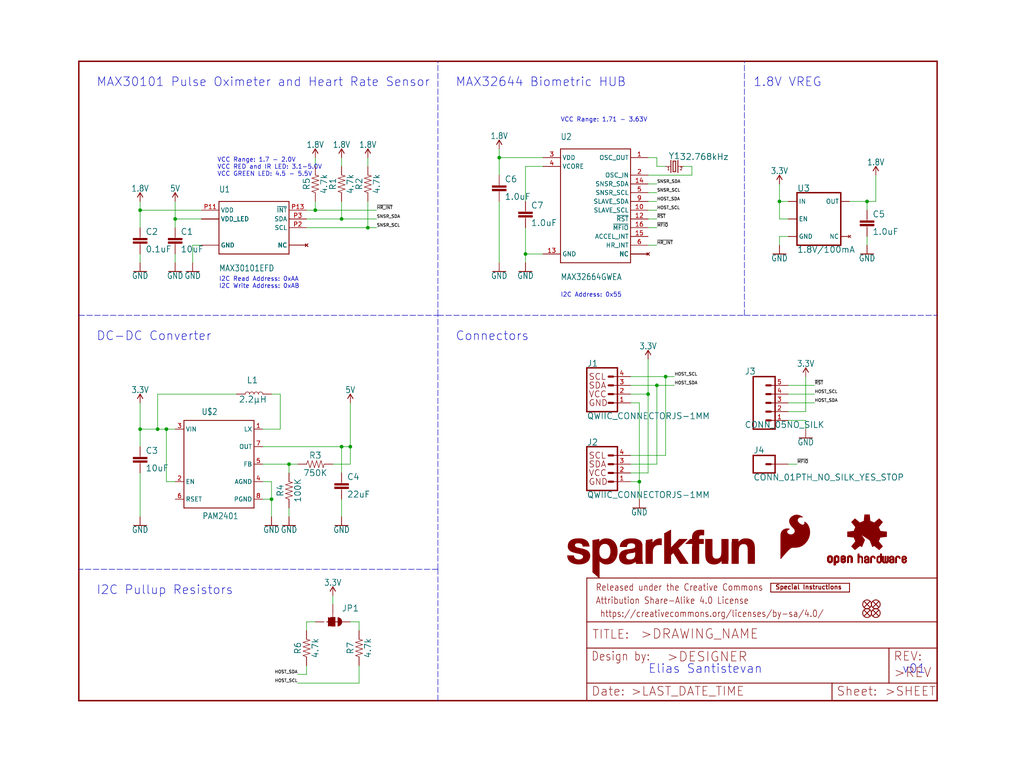
<source format=kicad_sch>
(kicad_sch (version 20211123) (generator eeschema)
  (paper "User" 297.002 223.926)
  (lib_symbols
    (symbol "eagleSchem-eagle-import:0.1UF-0402-16V-10%"
      (property "Reference" "C" (at 1.524 2.921 0))
      (property "Value" "0.1UF-0402-16V-10%" (at 1.524 -2.159 0))
      (symbol "0.1UF-0402-16V-10%_1_0"
        (pin passive line (at 0 5.08 270) (length 2.54) (name "1") (number "1"))
        (pin passive line (at 0 -2.54 90) (length 2.54) (name "2") (number "2"))
      )
    )
    (symbol "eagleSchem-eagle-import:1.0UF-0402-16V-10%"
      (property "Reference" "C" (at 1.524 2.921 0))
      (property "Value" "1.0UF-0402-16V-10%" (at 1.524 -2.159 0))
      (symbol "1.0UF-0402-16V-10%_1_0"
        (pin passive line (at 0 5.08 270) (length 2.54) (name "1") (number "1"))
        (pin passive line (at 0 -2.54 90) (length 2.54) (name "2") (number "2"))
      )
    )
    (symbol "eagleSchem-eagle-import:1.0UF-0603-16V-10%"
      (property "Reference" "C" (at 1.524 2.921 0))
      (property "Value" "1.0UF-0603-16V-10%" (at 1.524 -2.159 0))
      (symbol "1.0UF-0603-16V-10%_1_0"
        (pin passive line (at 0 5.08 270) (length 2.54) (name "1") (number "1"))
        (pin passive line (at 0 -2.54 90) (length 2.54) (name "2") (number "2"))
      )
    )
    (symbol "eagleSchem-eagle-import:1.8V" (power)
      (property "Value" "1.8V" (at 0 2.794 0))
      (symbol "1.8V_1_0"
        (pin power_in line (at 0 0 90) (length 2.54) (name "1.8V") (number "1"))
      )
    )
    (symbol "eagleSchem-eagle-import:100KOHM-0402-1{slash}16W-1%"
      (property "Reference" "R" (at 0 1.524 0))
      (property "Value" "100KOHM-0402-1{slash}16W-1%" (at 0 -1.524 0))
      (symbol "100KOHM-0402-1{slash}16W-1%_1_0"
        (pin passive line (at -5.08 0 0) (length 2.54) (name "1") (number "1"))
        (pin passive line (at 5.08 0 180) (length 2.54) (name "2") (number "2"))
      )
    )
    (symbol "eagleSchem-eagle-import:10UF-0603-6.3V-20%"
      (property "Reference" "C" (at 1.524 2.921 0))
      (property "Value" "10UF-0603-6.3V-20%" (at 1.524 -2.159 0))
      (symbol "10UF-0603-6.3V-20%_1_0"
        (pin passive line (at 0 5.08 270) (length 2.54) (name "1") (number "1"))
        (pin passive line (at 0 -2.54 90) (length 2.54) (name "2") (number "2"))
      )
    )
    (symbol "eagleSchem-eagle-import:2.2μH_SHIELDED_INDUCTOR"
      (property "Reference" "L" (at 1.27 2.54 0))
      (property "Value" "2.2μH_SHIELDED_INDUCTOR" (at 1.27 -2.54 0))
      (symbol "2.2μH_SHIELDED_INDUCTOR_1_0"
        (pin passive line (at 0 5.08 270) (length 2.54) (name "1") (number "1"))
        (pin passive line (at 0 -5.08 90) (length 2.54) (name "2") (number "2"))
      )
    )
    (symbol "eagleSchem-eagle-import:22UF-0805-6.3V-20%"
      (property "Reference" "C" (at 1.524 2.921 0))
      (property "Value" "22UF-0805-6.3V-20%" (at 1.524 -2.159 0))
      (symbol "22UF-0805-6.3V-20%_1_0"
        (pin passive line (at 0 5.08 270) (length 2.54) (name "1") (number "1"))
        (pin passive line (at 0 -2.54 90) (length 2.54) (name "2") (number "2"))
      )
    )
    (symbol "eagleSchem-eagle-import:3.3V" (power)
      (property "Value" "3.3V" (at 0 2.794 0))
      (symbol "3.3V_1_0"
        (pin power_in line (at 0 0 90) (length 2.54) (name "3.3V") (number "1"))
      )
    )
    (symbol "eagleSchem-eagle-import:4.7KOHM-0603-1{slash}10W-1%"
      (property "Reference" "R" (at 0 1.524 0))
      (property "Value" "4.7KOHM-0603-1{slash}10W-1%" (at 0 -1.524 0))
      (symbol "4.7KOHM-0603-1{slash}10W-1%_1_0"
        (pin passive line (at -5.08 0 0) (length 2.54) (name "1") (number "1"))
        (pin passive line (at 5.08 0 180) (length 2.54) (name "2") (number "2"))
      )
    )
    (symbol "eagleSchem-eagle-import:5V" (power)
      (property "Value" "5V" (at 0 2.794 0))
      (symbol "5V_1_0"
        (pin power_in line (at 0 0 90) (length 2.54) (name "5V") (number "1"))
      )
    )
    (symbol "eagleSchem-eagle-import:750KOHM-0603-1{slash}10W-1%"
      (property "Reference" "R" (at 0 1.524 0))
      (property "Value" "750KOHM-0603-1{slash}10W-1%" (at 0 -1.524 0))
      (symbol "750KOHM-0603-1{slash}10W-1%_1_0"
        (pin passive line (at -5.08 0 0) (length 2.54) (name "1") (number "1"))
        (pin passive line (at 5.08 0 180) (length 2.54) (name "2") (number "2"))
      )
    )
    (symbol "eagleSchem-eagle-import:CONN_01PTH_NO_SILK_YES_STOP"
      (property "Reference" "J" (at -2.54 3.048 0))
      (property "Value" "CONN_01PTH_NO_SILK_YES_STOP" (at -2.54 -4.826 0))
      (symbol "CONN_01PTH_NO_SILK_YES_STOP_1_0"
        (pin passive line (at 7.62 0 180) (length 5.08) (name "1") (number "1"))
      )
    )
    (symbol "eagleSchem-eagle-import:CONN_05NO_SILK"
      (property "Reference" "J" (at -2.54 8.128 0))
      (property "Value" "CONN_05NO_SILK" (at -2.54 -9.906 0))
      (symbol "CONN_05NO_SILK_1_0"
        (pin passive line (at 7.62 -5.08 180) (length 5.08) (name "1") (number "1"))
        (pin passive line (at 7.62 -2.54 180) (length 5.08) (name "2") (number "2"))
        (pin passive line (at 7.62 0 180) (length 5.08) (name "3") (number "3"))
        (pin passive line (at 7.62 2.54 180) (length 5.08) (name "4") (number "4"))
        (pin passive line (at 7.62 5.08 180) (length 5.08) (name "5") (number "5"))
      )
    )
    (symbol "eagleSchem-eagle-import:CRYSTAL-32.768KHZSMD-3.2X1.5"
      (property "Reference" "Y" (at 0 2.032 0))
      (property "Value" "CRYSTAL-32.768KHZSMD-3.2X1.5" (at 0 -2.032 0))
      (symbol "CRYSTAL-32.768KHZSMD-3.2X1.5_1_0"
        (text "1" (at -2.159 -1.143 0) (effects (font (size 0.8636 0.734)) (justify left bottom)))
        (text "2" (at 1.524 -1.143 0) (effects (font (size 0.8636 0.734)) (justify left bottom)))
        (pin passive line (at -2.54 0 0) (length 0) (name "1") (number "P$1"))
        (pin passive line (at 2.54 0 180) (length 0) (name "2") (number "P$2"))
      )
    )
    (symbol "eagleSchem-eagle-import:FIDUCIALUFIDUCIAL")
    (symbol "eagleSchem-eagle-import:FRAME-LETTER"
      (symbol "FRAME-LETTER_2_0"
        (text " https://creativecommons.org/licenses/by-sa/4.0/" (at 2.54 24.13 0) (effects (font (size 1.9304 1.6408)) (justify left bottom)))
        (text ">DESIGNER" (at 23.114 11.176 0) (effects (font (size 2.7432 2.7432)) (justify left bottom)))
        (text ">DRAWING_NAME" (at 15.494 17.78 0) (effects (font (size 2.7432 2.7432)) (justify left bottom)))
        (text ">LAST_DATE_TIME" (at 12.7 1.27 0) (effects (font (size 2.54 2.54)) (justify left bottom)))
        (text ">REV" (at 88.9 6.604 0) (effects (font (size 2.7432 2.7432)) (justify left bottom)))
        (text ">SHEET" (at 86.36 1.27 0) (effects (font (size 2.54 2.54)) (justify left bottom)))
        (text "Attribution Share-Alike 4.0 License" (at 2.54 27.94 0) (effects (font (size 1.9304 1.6408)) (justify left bottom)))
        (text "Date:" (at 1.27 1.27 0) (effects (font (size 2.54 2.54)) (justify left bottom)))
        (text "Design by:" (at 1.27 11.43 0) (effects (font (size 2.54 2.159)) (justify left bottom)))
        (text "Released under the Creative Commons" (at 2.54 31.75 0) (effects (font (size 1.9304 1.6408)) (justify left bottom)))
        (text "REV:" (at 88.9 11.43 0) (effects (font (size 2.54 2.54)) (justify left bottom)))
        (text "Sheet:" (at 72.39 1.27 0) (effects (font (size 2.54 2.54)) (justify left bottom)))
        (text "TITLE:" (at 1.524 17.78 0) (effects (font (size 2.54 2.54)) (justify left bottom)))
      )
    )
    (symbol "eagleSchem-eagle-import:GND" (power)
      (property "Value" "GND" (at 0 -0.254 0))
      (symbol "GND_1_0"
        (pin power_in line (at 0 2.54 270) (length 2.54) (name "GND") (number "1"))
      )
    )
    (symbol "eagleSchem-eagle-import:JUMPER-SMT_3_2-NC_TRACE_SILK"
      (property "Reference" "JP" (at 2.54 0.381 0))
      (property "Value" "JUMPER-SMT_3_2-NC_TRACE_SILK" (at 2.54 -0.381 0))
      (symbol "JUMPER-SMT_3_2-NC_TRACE_SILK_1_0"
        (pin passive line (at 0 5.08 270) (length 2.54) (name "1") (number "1"))
        (pin passive line (at -5.08 0 0) (length 2.54) (name "2") (number "2"))
        (pin passive line (at 0 -5.08 90) (length 2.54) (name "3") (number "3"))
      )
    )
    (symbol "eagleSchem-eagle-import:MAX30101EFD"
      (property "Reference" "U" (at -10.16 10.16 0))
      (property "Value" "MAX30101EFD" (at -10.16 -12.7 0))
      (symbol "MAX30101EFD_1_0"
        (pin no_connect line (at 15.24 -5.08 180) (length 5.08) (name "NC") (number "P1"))
        (pin power_in line (at -15.24 2.54 0) (length 5.08) (name "VDD_LED") (number "P10"))
        (pin power_in line (at -15.24 5.08 0) (length 5.08) (name "VDD") (number "P11"))
        (pin power_in line (at -15.24 -5.08 0) (length 5.08) (name "GND") (number "P12"))
        (pin bidirectional line (at 15.24 5.08 180) (length 5.08) (name "~{INT}") (number "P13"))
        (pin no_connect line (at 15.24 -5.08 180) (length 5.08) (name "NC") (number "P14"))
        (pin bidirectional line (at 15.24 0 180) (length 5.08) (name "SCL") (number "P2"))
        (pin bidirectional line (at 15.24 2.54 180) (length 5.08) (name "SDA") (number "P3"))
        (pin power_in line (at -15.24 -5.08 0) (length 5.08) (name "GND") (number "P4"))
        (pin no_connect line (at 15.24 -5.08 180) (length 5.08) (name "NC") (number "P5"))
        (pin no_connect line (at 15.24 -5.08 180) (length 5.08) (name "NC") (number "P6"))
        (pin no_connect line (at 15.24 -5.08 180) (length 5.08) (name "NC") (number "P7"))
        (pin no_connect line (at 15.24 -5.08 180) (length 5.08) (name "NC") (number "P8"))
        (pin power_in line (at -15.24 2.54 0) (length 5.08) (name "VDD_LED") (number "P9"))
      )
    )
    (symbol "eagleSchem-eagle-import:MAX32664GWEA"
      (property "Reference" "U" (at -10.16 20.32 0))
      (property "Value" "MAX32664GWEA" (at -10.16 -20.32 0))
      (symbol "MAX32664GWEA_1_0"
        (pin bidirectional line (at 15.24 15.24 180) (length 5.08) (name "OSC_OUT") (number "1"))
        (pin bidirectional line (at 15.24 0 180) (length 5.08) (name "SLAVE_SCL") (number "10"))
        (pin no_connect line (at 15.24 -12.7 180) (length 5.08) (name "NC") (number "11"))
        (pin bidirectional line (at 15.24 -2.54 180) (length 5.08) (name "~{RST}") (number "12"))
        (pin power_in line (at -15.24 -12.7 0) (length 5.08) (name "GND") (number "13"))
        (pin bidirectional line (at 15.24 7.62 180) (length 5.08) (name "SNSR_SDA") (number "14"))
        (pin bidirectional line (at 15.24 -7.62 180) (length 5.08) (name "ACCEL_INT") (number "15"))
        (pin bidirectional line (at 15.24 -5.08 180) (length 5.08) (name "~{MFIO}") (number "16"))
        (pin bidirectional line (at 15.24 10.16 180) (length 5.08) (name "OSC_IN") (number "2"))
        (pin power_in line (at -15.24 15.24 0) (length 5.08) (name "VDD") (number "3"))
        (pin power_in line (at -15.24 12.7 0) (length 5.08) (name "VCORE") (number "4"))
        (pin bidirectional line (at 15.24 5.08 180) (length 5.08) (name "SNSR_SCL") (number "5"))
        (pin bidirectional line (at 15.24 -10.16 180) (length 5.08) (name "HR_INT") (number "6"))
        (pin no_connect line (at 15.24 -12.7 180) (length 5.08) (name "NC") (number "7"))
        (pin no_connect line (at 15.24 -12.7 180) (length 5.08) (name "NC") (number "8"))
        (pin bidirectional line (at 15.24 2.54 180) (length 5.08) (name "SLAVE_SDA") (number "9"))
      )
    )
    (symbol "eagleSchem-eagle-import:OSHW-LOGOMINI")
    (symbol "eagleSchem-eagle-import:PAM2401"
      (property "Reference" "U" (at -5.08 14.224 0))
      (property "Value" "PAM2401" (at -4.826 -16.002 0))
      (symbol "PAM2401_1_0"
        (pin bidirectional line (at 12.7 10.16 180) (length 2.54) (name "LX") (number "1"))
        (pin bidirectional line (at -12.7 -5.08 0) (length 2.54) (name "EN") (number "2"))
        (pin bidirectional line (at -12.7 10.16 0) (length 2.54) (name "VIN") (number "3"))
        (pin bidirectional line (at 12.7 -5.08 180) (length 2.54) (name "AGND") (number "4"))
        (pin bidirectional line (at 12.7 0 180) (length 2.54) (name "FB") (number "5"))
        (pin bidirectional line (at -12.7 -10.16 0) (length 2.54) (name "RSET") (number "6"))
        (pin bidirectional line (at 12.7 5.08 180) (length 2.54) (name "OUT") (number "7"))
        (pin bidirectional line (at 12.7 -10.16 180) (length 2.54) (name "PGND") (number "8"))
      )
    )
    (symbol "eagleSchem-eagle-import:QWIIC_CONNECTORJS-1MM"
      (property "Reference" "J" (at -5.08 7.874 0))
      (property "Value" "QWIIC_CONNECTORJS-1MM" (at -5.08 -5.334 0))
      (symbol "QWIIC_CONNECTORJS-1MM_1_0"
        (text "GND" (at -4.572 -2.54 0) (effects (font (size 1.778 1.778)) (justify left)))
        (text "SCL" (at -4.572 5.08 0) (effects (font (size 1.778 1.778)) (justify left)))
        (text "SDA" (at -4.572 2.54 0) (effects (font (size 1.778 1.778)) (justify left)))
        (text "VCC" (at -4.572 0 0) (effects (font (size 1.778 1.778)) (justify left)))
        (pin power_in line (at 7.62 -2.54 180) (length 5.08) (name "1") (number "1"))
        (pin power_in line (at 7.62 0 180) (length 5.08) (name "2") (number "2"))
        (pin passive line (at 7.62 2.54 180) (length 5.08) (name "3") (number "3"))
        (pin passive line (at 7.62 5.08 180) (length 5.08) (name "4") (number "4"))
      )
    )
    (symbol "eagleSchem-eagle-import:SFE_LOGO_FLAME.1_INCH")
    (symbol "eagleSchem-eagle-import:SFE_LOGO_NAME.1_INCH")
    (symbol "eagleSchem-eagle-import:SPECIAL_INSTRUCTIONS-ORDERING"
      (symbol "SPECIAL_INSTRUCTIONS-ORDERING_1_0"
        (text "Special Instructions" (at 1.27 0.6985 0) (effects (font (size 1.27 1.27) (thickness 0.254) bold) (justify left bottom)))
      )
    )
    (symbol "eagleSchem-eagle-import:V_REG_SP6214-1.8V"
      (property "Reference" "U" (at -7.62 7.874 0))
      (property "Value" "V_REG_SP6214-1.8V" (at -7.62 -7.874 0))
      (symbol "V_REG_SP6214-1.8V_1_0"
        (pin input line (at -10.16 5.08 0) (length 2.54) (name "IN") (number "1"))
        (pin input line (at -10.16 -5.08 0) (length 2.54) (name "GND") (number "2"))
        (pin input line (at -10.16 0 0) (length 2.54) (name "EN") (number "3"))
        (pin no_connect line (at 7.62 -5.08 180) (length 2.54) (name "NC") (number "4"))
        (pin passive line (at 7.62 5.08 180) (length 2.54) (name "OUT") (number "5"))
      )
    )
  )
  (junction (at 187.96 114.3))
  (junction (at 83.82 134.62))
  (junction (at 226.06 58.42))
  (junction (at 40.64 60.96))
  (junction (at 99.06 129.54))
  (junction (at 251.46 58.42))
  (junction (at 91.44 60.96))
  (junction (at 40.64 124.46))
  (junction (at 185.42 139.7))
  (junction (at 45.72 124.46))
  (junction (at 106.68 66.04))
  (junction (at 99.06 63.5))
  (junction (at 193.04 109.22))
  (junction (at 48.26 124.46))
  (junction (at 144.78 45.72))
  (junction (at 190.5 111.76))
  (junction (at 78.74 144.78))
  (junction (at 101.6 129.54))
  (junction (at 152.4 73.66))
  (junction (at 50.8 63.5))
  (wire (pts (xy 228.6 114.3) (xy 236.22 114.3)))
  (wire (pts (xy 226.06 58.42) (xy 228.6 58.42)))
  (wire (pts (xy 157.48 45.72) (xy 144.78 45.72)))
  (wire (pts (xy 228.6 119.38) (xy 233.68 119.38)))
  (wire (pts (xy 185.42 116.84) (xy 185.42 139.7)))
  (wire (pts (xy 190.5 45.72) (xy 190.5 48.26)))
  (wire (pts (xy 228.6 68.58) (xy 226.06 68.58)))
  (wire (pts (xy 182.88 132.08) (xy 193.04 132.08)))
  (wire (pts (xy 78.74 139.7) (xy 78.74 144.78)))
  (wire (pts (xy 144.78 45.72) (xy 144.78 43.18)))
  (wire (pts (xy 68.58 114.3) (xy 45.72 114.3)))
  (wire (pts (xy 88.9 195.58) (xy 86.36 195.58)))
  (wire (pts (xy 193.04 109.22) (xy 195.58 109.22)))
  (wire (pts (xy 99.06 137.16) (xy 99.06 129.54)))
  (wire (pts (xy 76.2 129.54) (xy 99.06 129.54)))
  (wire (pts (xy 106.68 66.04) (xy 106.68 58.42)))
  (wire (pts (xy 187.96 114.3) (xy 187.96 104.14)))
  (wire (pts (xy 48.26 124.46) (xy 45.72 124.46)))
  (wire (pts (xy 251.46 60.96) (xy 251.46 58.42)))
  (wire (pts (xy 40.64 60.96) (xy 40.64 58.42)))
  (wire (pts (xy 226.06 53.34) (xy 226.06 58.42)))
  (wire (pts (xy 226.06 68.58) (xy 226.06 71.12)))
  (wire (pts (xy 58.42 71.12) (xy 55.88 71.12)))
  (wire (pts (xy 50.8 63.5) (xy 50.8 66.04)))
  (wire (pts (xy 187.96 50.8) (xy 200.66 50.8)))
  (wire (pts (xy 246.38 58.42) (xy 251.46 58.42)))
  (wire (pts (xy 233.68 121.92) (xy 233.68 124.46)))
  (wire (pts (xy 109.22 66.04) (xy 106.68 66.04)))
  (wire (pts (xy 182.88 139.7) (xy 185.42 139.7)))
  (wire (pts (xy 190.5 134.62) (xy 190.5 111.76)))
  (wire (pts (xy 182.88 109.22) (xy 193.04 109.22)))
  (wire (pts (xy 187.96 60.96) (xy 190.5 60.96)))
  (wire (pts (xy 88.9 193.04) (xy 88.9 195.58)))
  (wire (pts (xy 88.9 180.34) (xy 88.9 182.88)))
  (wire (pts (xy 233.68 121.92) (xy 228.6 121.92)))
  (wire (pts (xy 76.2 139.7) (xy 78.74 139.7)))
  (polyline (pts (xy 127 91.44) (xy 215.9 91.44)))
  (wire (pts (xy 228.6 111.76) (xy 236.22 111.76)))
  (wire (pts (xy 48.26 139.7) (xy 48.26 124.46)))
  (wire (pts (xy 101.6 180.34) (xy 104.14 180.34)))
  (wire (pts (xy 200.66 48.26) (xy 198.12 48.26)))
  (wire (pts (xy 200.66 50.8) (xy 200.66 48.26)))
  (wire (pts (xy 251.46 68.58) (xy 251.46 71.12)))
  (wire (pts (xy 228.6 134.62) (xy 231.14 134.62)))
  (wire (pts (xy 91.44 180.34) (xy 88.9 180.34)))
  (wire (pts (xy 81.28 124.46) (xy 81.28 114.3)))
  (wire (pts (xy 91.44 48.26) (xy 91.44 45.72)))
  (wire (pts (xy 99.06 129.54) (xy 101.6 129.54)))
  (wire (pts (xy 187.96 66.04) (xy 190.5 66.04)))
  (wire (pts (xy 99.06 63.5) (xy 99.06 58.42)))
  (wire (pts (xy 88.9 63.5) (xy 99.06 63.5)))
  (wire (pts (xy 55.88 71.12) (xy 55.88 76.2)))
  (polyline (pts (xy 127 91.44) (xy 127 17.78)))
  (wire (pts (xy 45.72 124.46) (xy 40.64 124.46)))
  (wire (pts (xy 187.96 71.12) (xy 190.5 71.12)))
  (wire (pts (xy 226.06 63.5) (xy 226.06 58.42)))
  (polyline (pts (xy 215.9 91.44) (xy 271.78 91.44)))
  (wire (pts (xy 104.14 198.12) (xy 86.36 198.12)))
  (wire (pts (xy 96.52 175.26) (xy 96.52 172.72)))
  (wire (pts (xy 182.88 134.62) (xy 190.5 134.62)))
  (wire (pts (xy 152.4 66.04) (xy 152.4 73.66)))
  (wire (pts (xy 91.44 60.96) (xy 91.44 58.42)))
  (wire (pts (xy 187.96 45.72) (xy 190.5 45.72)))
  (wire (pts (xy 254 58.42) (xy 254 50.8)))
  (wire (pts (xy 45.72 114.3) (xy 45.72 124.46)))
  (wire (pts (xy 251.46 58.42) (xy 254 58.42)))
  (wire (pts (xy 182.88 137.16) (xy 187.96 137.16)))
  (wire (pts (xy 40.64 129.54) (xy 40.64 124.46)))
  (wire (pts (xy 50.8 124.46) (xy 48.26 124.46)))
  (wire (pts (xy 187.96 137.16) (xy 187.96 114.3)))
  (polyline (pts (xy 22.86 91.44) (xy 127 91.44)))
  (polyline (pts (xy 127 165.1) (xy 127 91.44)))
  (wire (pts (xy 187.96 55.88) (xy 190.5 55.88)))
  (wire (pts (xy 83.82 147.32) (xy 83.82 149.86)))
  (wire (pts (xy 187.96 63.5) (xy 190.5 63.5)))
  (wire (pts (xy 58.42 60.96) (xy 40.64 60.96)))
  (wire (pts (xy 152.4 48.26) (xy 152.4 58.42)))
  (wire (pts (xy 104.14 180.34) (xy 104.14 182.88)))
  (wire (pts (xy 187.96 53.34) (xy 190.5 53.34)))
  (wire (pts (xy 50.8 73.66) (xy 50.8 76.2)))
  (wire (pts (xy 109.22 63.5) (xy 99.06 63.5)))
  (wire (pts (xy 187.96 58.42) (xy 190.5 58.42)))
  (wire (pts (xy 86.36 134.62) (xy 83.82 134.62)))
  (wire (pts (xy 78.74 144.78) (xy 78.74 149.86)))
  (wire (pts (xy 88.9 60.96) (xy 91.44 60.96)))
  (wire (pts (xy 40.64 124.46) (xy 40.64 116.84)))
  (wire (pts (xy 99.06 144.78) (xy 99.06 149.86)))
  (wire (pts (xy 185.42 139.7) (xy 185.42 144.78)))
  (wire (pts (xy 50.8 139.7) (xy 48.26 139.7)))
  (wire (pts (xy 40.64 137.16) (xy 40.64 149.86)))
  (wire (pts (xy 76.2 124.46) (xy 81.28 124.46)))
  (wire (pts (xy 228.6 116.84) (xy 236.22 116.84)))
  (wire (pts (xy 50.8 58.42) (xy 50.8 63.5)))
  (wire (pts (xy 76.2 144.78) (xy 78.74 144.78)))
  (wire (pts (xy 182.88 114.3) (xy 187.96 114.3)))
  (wire (pts (xy 190.5 48.26) (xy 193.04 48.26)))
  (wire (pts (xy 99.06 48.26) (xy 99.06 45.72)))
  (wire (pts (xy 157.48 48.26) (xy 152.4 48.26)))
  (wire (pts (xy 88.9 66.04) (xy 106.68 66.04)))
  (wire (pts (xy 190.5 111.76) (xy 195.58 111.76)))
  (polyline (pts (xy 127 165.1) (xy 22.86 165.1)))
  (wire (pts (xy 81.28 114.3) (xy 78.74 114.3)))
  (wire (pts (xy 40.64 73.66) (xy 40.64 76.2)))
  (wire (pts (xy 91.44 60.96) (xy 109.22 60.96)))
  (wire (pts (xy 144.78 50.8) (xy 144.78 45.72)))
  (wire (pts (xy 193.04 132.08) (xy 193.04 109.22)))
  (wire (pts (xy 144.78 58.42) (xy 144.78 76.2)))
  (wire (pts (xy 58.42 63.5) (xy 50.8 63.5)))
  (wire (pts (xy 233.68 119.38) (xy 233.68 109.22)))
  (wire (pts (xy 101.6 134.62) (xy 101.6 129.54)))
  (wire (pts (xy 104.14 193.04) (xy 104.14 198.12)))
  (wire (pts (xy 182.88 111.76) (xy 190.5 111.76)))
  (wire (pts (xy 106.68 48.26) (xy 106.68 45.72)))
  (wire (pts (xy 182.88 116.84) (xy 185.42 116.84)))
  (wire (pts (xy 157.48 73.66) (xy 152.4 73.66)))
  (wire (pts (xy 101.6 129.54) (xy 101.6 116.84)))
  (polyline (pts (xy 127 203.2) (xy 127 165.1)))
  (wire (pts (xy 152.4 73.66) (xy 152.4 76.2)))
  (wire (pts (xy 40.64 60.96) (xy 40.64 66.04)))
  (wire (pts (xy 96.52 134.62) (xy 101.6 134.62)))
  (wire (pts (xy 83.82 134.62) (xy 83.82 137.16)))
  (polyline (pts (xy 215.9 91.44) (xy 215.9 17.78)))
  (wire (pts (xy 76.2 134.62) (xy 83.82 134.62)))
  (wire (pts (xy 228.6 63.5) (xy 226.06 63.5)))
  (text "Connectors" (at 132.08 99.06 180) (effects (font (size 2.54 2.54)) (justify left bottom)))
  (text "Elias Santistevan" (at 187.96 195.58 180) (effects (font (size 2.54 2.54)) (justify left bottom)))
  (text "I2C Pullup Resistors" (at 27.94 172.72 180) (effects (font (size 2.54 2.54)) (justify left bottom)))
  (text "I2C Address: 0x55" (at 162.56 86.36 180) (effects (font (size 1.27 1.27)) (justify left bottom)))
  (text "I2C Read Address: 0xAA\nI2C Write Address: 0xAB" (at 63.5 83.82 180) (effects (font (size 1.27 1.27)) (justify left bottom)))
  (text "MAX32644 Biometric HUB" (at 132.08 25.4 180) (effects (font (size 2.54 2.54)) (justify left bottom)))
  (text "VCC Range: 1.7 - 2.0V\nVCC RED and IR LED: 3.1-5.0V\nVCC GREEN LED: 4.5 - 5.5V" (at 62.992 51.308 0) (effects (font (size 1.27 1.27)) (justify left bottom)))
  (text "MAX30101 Pulse Oximeter and Heart Rate Sensor" (at 27.94 25.4 180) (effects (font (size 2.54 2.54)) (justify left bottom)))
  (text "VCC Range: 1.71 - 3.63V" (at 162.56 35.56 180) (effects (font (size 1.27 1.27)) (justify left bottom)))
  (text "DC-DC Converter" (at 27.94 99.06 180) (effects (font (size 2.54 2.54)) (justify left bottom)))
  (text "v01" (at 261.62 195.58 180) (effects (font (size 2.54 2.54)) (justify left bottom)))
  (text "1.8V VREG" (at 218.44 25.4 180) (effects (font (size 2.54 2.54)) (justify left bottom)))
  (label "~{MFIO}" (at 190.5 66.04 0) (effects (font (size 0.889 0.889))))
  (label "~{RST}" (at 236.22 111.76 0) (effects (font (size 0.889 0.889))))
  (label "HOST_SDA" (at 236.22 116.84 0) (effects (font (size 0.889 0.889))))
  (label "~{HR_INT}" (at 109.22 60.96 0) (effects (font (size 0.889 0.889))))
  (label "~{RST}" (at 190.5 63.5 0) (effects (font (size 0.889 0.889))))
  (label "HOST_SCL" (at 86.36 198.12 180) (effects (font (size 0.889 0.889))))
  (label "HOST_SCL" (at 195.58 109.22 0) (effects (font (size 0.889 0.889))))
  (label "HOST_SCL" (at 190.5 60.96 0) (effects (font (size 0.889 0.889))))
  (label "HOST_SDA" (at 86.36 195.58 180) (effects (font (size 0.889 0.889))))
  (label "SNSR_SCL" (at 109.22 66.04 0) (effects (font (size 0.889 0.889))))
  (label "SNSR_SDA" (at 190.5 53.34 0) (effects (font (size 0.889 0.889))))
  (label "SNSR_SDA" (at 109.22 63.5 0) (effects (font (size 0.889 0.889))))
  (label "HOST_SDA" (at 195.58 111.76 0) (effects (font (size 0.889 0.889))))
  (label "~{HR_INT}" (at 190.5 71.12 0) (effects (font (size 0.889 0.889))))
  (label "~{MFIO}" (at 231.14 134.62 0) (effects (font (size 0.889 0.889))))
  (label "SNSR_SCL" (at 190.5 55.88 0) (effects (font (size 0.889 0.889))))
  (label "HOST_SDA" (at 190.5 58.42 0) (effects (font (size 0.889 0.889))))
  (label "HOST_SCL" (at 236.22 114.3 0) (effects (font (size 0.889 0.889))))
  (symbol (lib_id "eagleSchem-eagle-import:GND") (at 233.68 127 0) (unit 1)
    (property "Reference" "#GND13" (effects hide))
    (property "Value" "GND" (at 233.68 127.254 0) (effects (font (size 1.778 1.5113)) (justify top)))
    (property "Footprint" "eagleSchem:" (effects hide))
  )
  (symbol (lib_id "eagleSchem-eagle-import:3.3V") (at 226.06 53.34 0) (unit 1)
    (property "Reference" "#SUPPLY4" (effects hide))
    (property "Value" "3.3V" (at 226.06 50.546 0) (effects (font (size 1.778 1.5113)) (justify bottom)))
    (property "Footprint" "eagleSchem:" (effects hide))
  )
  (symbol (lib_id "eagleSchem-eagle-import:GND") (at 40.64 152.4 0) (unit 1)
    (property "Reference" "#GND3" (effects hide))
    (property "Value" "GND" (at 40.64 152.654 0) (effects (font (size 1.778 1.5113)) (justify top)))
    (property "Footprint" "eagleSchem:" (effects hide))
  )
  (symbol (lib_id "eagleSchem-eagle-import:GND") (at 185.42 147.32 0) (unit 1)
    (property "Reference" "#GND12" (effects hide))
    (property "Value" "GND" (at 185.42 147.574 0) (effects (font (size 1.778 1.5113)) (justify top)))
    (property "Footprint" "eagleSchem:" (effects hide))
  )
  (symbol (lib_id "eagleSchem-eagle-import:GND") (at 226.06 73.66 0) (unit 1)
    (property "Reference" "#GND5" (effects hide))
    (property "Value" "GND" (at 226.06 73.914 0) (effects (font (size 1.778 1.5113)) (justify top)))
    (property "Footprint" "eagleSchem:" (effects hide))
  )
  (symbol (lib_id "eagleSchem-eagle-import:FRAME-LETTER") (at 22.86 203.2 0) (unit 1)
    (property "Reference" "FRAME1" (effects hide))
    (property "Value" "FRAME-LETTER" (effects hide))
    (property "Footprint" "eagleSchem:CREATIVE_COMMONS" (effects hide))
  )
  (symbol (lib_id "eagleSchem-eagle-import:3.3V") (at 233.68 109.22 0) (unit 1)
    (property "Reference" "#SUPPLY12" (effects hide))
    (property "Value" "3.3V" (at 233.68 106.426 0) (effects (font (size 1.778 1.5113)) (justify bottom)))
    (property "Footprint" "eagleSchem:" (effects hide))
  )
  (symbol (lib_id "eagleSchem-eagle-import:1.8V") (at 91.44 45.72 0) (unit 1)
    (property "Reference" "#SUPPLY9" (effects hide))
    (property "Value" "1.8V" (at 91.44 42.926 0) (effects (font (size 1.778 1.5113)) (justify bottom)))
    (property "Footprint" "eagleSchem:" (effects hide))
  )
  (symbol (lib_id "eagleSchem-eagle-import:1.8V") (at 106.68 45.72 0) (unit 1)
    (property "Reference" "#SUPPLY8" (effects hide))
    (property "Value" "1.8V" (at 106.68 42.926 0) (effects (font (size 1.778 1.5113)) (justify bottom)))
    (property "Footprint" "eagleSchem:" (effects hide))
  )
  (symbol (lib_id "eagleSchem-eagle-import:1.8V") (at 40.64 58.42 0) (unit 1)
    (property "Reference" "#SUPPLY5" (effects hide))
    (property "Value" "1.8V" (at 40.64 55.626 0) (effects (font (size 1.778 1.5113)) (justify bottom)))
    (property "Footprint" "eagleSchem:" (effects hide))
  )
  (symbol (lib_id "eagleSchem-eagle-import:10UF-0603-6.3V-20%") (at 40.64 134.62 0) (unit 1)
    (property "Reference" "C3" (at 42.164 131.699 0) (effects (font (size 1.778 1.778)) (justify left bottom)))
    (property "Value" "10uF" (at 42.164 136.779 0) (effects (font (size 1.778 1.778)) (justify left bottom)))
    (property "Footprint" "eagleSchem:0603" (effects hide))
  )
  (symbol (lib_id "eagleSchem-eagle-import:GND") (at 144.78 78.74 0) (unit 1)
    (property "Reference" "#GND11" (effects hide))
    (property "Value" "GND" (at 144.78 78.994 0) (effects (font (size 1.778 1.5113)) (justify top)))
    (property "Footprint" "eagleSchem:" (effects hide))
  )
  (symbol (lib_id "eagleSchem-eagle-import:OSHW-LOGOMINI") (at 251.46 154.94 0) (unit 1)
    (property "Reference" "LOGO2" (effects hide))
    (property "Value" "OSHW-LOGOMINI" (effects hide))
    (property "Footprint" "eagleSchem:OSHW-LOGO-MINI" (effects hide))
  )
  (symbol (lib_id "eagleSchem-eagle-import:1.0UF-0402-16V-10%") (at 152.4 63.5 0) (unit 1)
    (property "Reference" "C7" (at 153.924 60.579 0) (effects (font (size 1.778 1.778)) (justify left bottom)))
    (property "Value" "1.0uF" (at 153.924 65.659 0) (effects (font (size 1.778 1.778)) (justify left bottom)))
    (property "Footprint" "eagleSchem:0402" (effects hide))
  )
  (symbol (lib_id "eagleSchem-eagle-import:GND") (at 99.06 152.4 0) (unit 1)
    (property "Reference" "#GND4" (effects hide))
    (property "Value" "GND" (at 99.06 152.654 0) (effects (font (size 1.778 1.5113)) (justify top)))
    (property "Footprint" "eagleSchem:" (effects hide))
  )
  (symbol (lib_id "eagleSchem-eagle-import:PAM2401") (at 63.5 134.62 0) (unit 1)
    (property "Reference" "U$2" (at 58.42 120.396 0) (effects (font (size 1.778 1.5113)) (justify left bottom)))
    (property "Value" "PAM2401" (at 58.674 150.622 0) (effects (font (size 1.778 1.5113)) (justify left bottom)))
    (property "Footprint" "eagleSchem:MSOP8" (effects hide))
  )
  (symbol (lib_id "eagleSchem-eagle-import:5V") (at 101.6 116.84 0) (unit 1)
    (property "Reference" "#SUPPLY2" (effects hide))
    (property "Value" "5V" (at 101.6 114.046 0) (effects (font (size 1.778 1.5113)) (justify bottom)))
    (property "Footprint" "eagleSchem:" (effects hide))
  )
  (symbol (lib_id "eagleSchem-eagle-import:4.7KOHM-0603-1{slash}10W-1%") (at 88.9 187.96 90) (unit 1)
    (property "Reference" "R6" (at 87.376 187.96 0) (effects (font (size 1.778 1.778)) (justify bottom)))
    (property "Value" "4.7k" (at 90.424 187.96 0) (effects (font (size 1.778 1.778)) (justify top)))
    (property "Footprint" "eagleSchem:0603" (effects hide))
  )
  (symbol (lib_id "eagleSchem-eagle-import:FIDUCIALUFIDUCIAL") (at 251.46 175.26 0) (unit 1)
    (property "Reference" "FD2" (effects hide))
    (property "Value" "FIDUCIALUFIDUCIAL" (effects hide))
    (property "Footprint" "eagleSchem:FIDUCIAL-MICRO" (effects hide))
  )
  (symbol (lib_id "eagleSchem-eagle-import:1.0UF-0402-16V-10%") (at 144.78 55.88 0) (unit 1)
    (property "Reference" "C6" (at 146.304 52.959 0) (effects (font (size 1.778 1.778)) (justify left bottom)))
    (property "Value" "1.0uF" (at 146.304 58.039 0) (effects (font (size 1.778 1.778)) (justify left bottom)))
    (property "Footprint" "eagleSchem:0402" (effects hide))
  )
  (symbol (lib_id "eagleSchem-eagle-import:22UF-0805-6.3V-20%") (at 99.06 142.24 0) (unit 1)
    (property "Reference" "C4" (at 100.584 139.319 0) (effects (font (size 1.778 1.778)) (justify left bottom)))
    (property "Value" "22uF" (at 100.584 144.399 0) (effects (font (size 1.778 1.778)) (justify left bottom)))
    (property "Footprint" "eagleSchem:0805" (effects hide))
  )
  (symbol (lib_id "eagleSchem-eagle-import:0.1UF-0402-16V-10%") (at 40.64 71.12 0) (unit 1)
    (property "Reference" "C2" (at 42.164 68.199 0) (effects (font (size 1.778 1.778)) (justify left bottom)))
    (property "Value" "0.1uF" (at 42.164 73.279 0) (effects (font (size 1.778 1.778)) (justify left bottom)))
    (property "Footprint" "eagleSchem:0402" (effects hide))
  )
  (symbol (lib_id "eagleSchem-eagle-import:JUMPER-SMT_3_2-NC_TRACE_SILK") (at 96.52 180.34 270) (unit 1)
    (property "Reference" "JP1" (at 99.06 177.419 90) (effects (font (size 1.778 1.778)) (justify left bottom)))
    (property "Value" "JUMPER-SMT_3_2-NC_TRACE_SILK" (effects hide))
    (property "Footprint" "eagleSchem:SMT-JUMPER_3_2-NC_TRACE_SILK" (effects hide))
  )
  (symbol (lib_id "eagleSchem-eagle-import:1.8V") (at 99.06 45.72 0) (unit 1)
    (property "Reference" "#SUPPLY7" (effects hide))
    (property "Value" "1.8V" (at 99.06 42.926 0) (effects (font (size 1.778 1.5113)) (justify bottom)))
    (property "Footprint" "eagleSchem:" (effects hide))
  )
  (symbol (lib_id "eagleSchem-eagle-import:SFE_LOGO_NAME.1_INCH") (at 162.56 167.64 0) (unit 1)
    (property "Reference" "LOGO3" (effects hide))
    (property "Value" "SFE_LOGO_NAME.1_INCH" (effects hide))
    (property "Footprint" "eagleSchem:SFE_LOGO_NAME_.1" (effects hide))
  )
  (symbol (lib_id "eagleSchem-eagle-import:100KOHM-0402-1{slash}16W-1%") (at 83.82 142.24 90) (unit 1)
    (property "Reference" "R4" (at 82.296 142.24 0) (effects (font (size 1.778 1.778)) (justify bottom)))
    (property "Value" "100K" (at 85.344 142.24 0) (effects (font (size 1.778 1.778)) (justify top)))
    (property "Footprint" "eagleSchem:0402" (effects hide))
  )
  (symbol (lib_id "eagleSchem-eagle-import:4.7KOHM-0603-1{slash}10W-1%") (at 106.68 53.34 90) (unit 1)
    (property "Reference" "R2" (at 105.156 53.34 0) (effects (font (size 1.778 1.778)) (justify bottom)))
    (property "Value" "4.7k" (at 108.204 53.34 0) (effects (font (size 1.778 1.778)) (justify top)))
    (property "Footprint" "eagleSchem:0603" (effects hide))
  )
  (symbol (lib_id "eagleSchem-eagle-import:V_REG_SP6214-1.8V") (at 238.76 63.5 0) (unit 1)
    (property "Reference" "U3" (at 231.14 55.626 0) (effects (font (size 1.778 1.778)) (justify left bottom)))
    (property "Value" "1.8V/100mA" (at 231.14 71.374 0) (effects (font (size 1.778 1.778)) (justify left top)))
    (property "Footprint" "eagleSchem:SC70" (effects hide))
  )
  (symbol (lib_id "eagleSchem-eagle-import:GND") (at 152.4 78.74 0) (unit 1)
    (property "Reference" "#GND10" (effects hide))
    (property "Value" "GND" (at 152.4 78.994 0) (effects (font (size 1.778 1.5113)) (justify top)))
    (property "Footprint" "eagleSchem:" (effects hide))
  )
  (symbol (lib_id "eagleSchem-eagle-import:CONN_01PTH_NO_SILK_YES_STOP") (at 220.98 134.62 0) (unit 1)
    (property "Reference" "J4" (at 218.44 131.572 0) (effects (font (size 1.778 1.778)) (justify left bottom)))
    (property "Value" "CONN_01PTH_NO_SILK_YES_STOP" (at 218.44 139.446 0) (effects (font (size 1.778 1.778)) (justify left bottom)))
    (property "Footprint" "eagleSchem:1X01_NO_SILK" (effects hide))
  )
  (symbol (lib_id "eagleSchem-eagle-import:GND") (at 55.88 78.74 0) (unit 1)
    (property "Reference" "#GND7" (effects hide))
    (property "Value" "GND" (at 55.88 78.994 0) (effects (font (size 1.778 1.5113)) (justify top)))
    (property "Footprint" "eagleSchem:" (effects hide))
  )
  (symbol (lib_id "eagleSchem-eagle-import:CONN_05NO_SILK") (at 220.98 116.84 0) (unit 1)
    (property "Reference" "J3" (at 215.9 108.712 0) (effects (font (size 1.778 1.778)) (justify left bottom)))
    (property "Value" "CONN_05NO_SILK" (at 215.9 124.206 0) (effects (font (size 1.778 1.778)) (justify left bottom)))
    (property "Footprint" "eagleSchem:1X05_NO_SILK" (effects hide))
  )
  (symbol (lib_id "eagleSchem-eagle-import:MAX32664GWEA") (at 172.72 60.96 0) (unit 1)
    (property "Reference" "U2" (at 162.56 40.64 0) (effects (font (size 1.778 1.5113)) (justify left bottom)))
    (property "Value" "MAX32664GWEA" (at 162.56 81.28 0) (effects (font (size 1.778 1.5113)) (justify left bottom)))
    (property "Footprint" "eagleSchem:16_PIN_WLP" (effects hide))
  )
  (symbol (lib_id "eagleSchem-eagle-import:FIDUCIALUFIDUCIAL") (at 251.46 177.8 0) (unit 1)
    (property "Reference" "FD1" (effects hide))
    (property "Value" "FIDUCIALUFIDUCIAL" (effects hide))
    (property "Footprint" "eagleSchem:FIDUCIAL-MICRO" (effects hide))
  )
  (symbol (lib_id "eagleSchem-eagle-import:GND") (at 50.8 78.74 0) (unit 1)
    (property "Reference" "#GND8" (effects hide))
    (property "Value" "GND" (at 50.8 78.994 0) (effects (font (size 1.778 1.5113)) (justify top)))
    (property "Footprint" "eagleSchem:" (effects hide))
  )
  (symbol (lib_id "eagleSchem-eagle-import:GND") (at 251.46 73.66 0) (unit 1)
    (property "Reference" "#GND6" (effects hide))
    (property "Value" "GND" (at 251.46 73.914 0) (effects (font (size 1.778 1.5113)) (justify top)))
    (property "Footprint" "eagleSchem:" (effects hide))
  )
  (symbol (lib_id "eagleSchem-eagle-import:5V") (at 50.8 58.42 0) (unit 1)
    (property "Reference" "#SUPPLY6" (effects hide))
    (property "Value" "5V" (at 50.8 55.626 0) (effects (font (size 1.778 1.5113)) (justify bottom)))
    (property "Footprint" "eagleSchem:" (effects hide))
  )
  (symbol (lib_id "eagleSchem-eagle-import:FIDUCIALUFIDUCIAL") (at 254 177.8 0) (unit 1)
    (property "Reference" "FD4" (effects hide))
    (property "Value" "FIDUCIALUFIDUCIAL" (effects hide))
    (property "Footprint" "eagleSchem:FIDUCIAL-MICRO" (effects hide))
  )
  (symbol (lib_id "eagleSchem-eagle-import:SFE_LOGO_FLAME.1_INCH") (at 226.06 162.56 0) (unit 1)
    (property "Reference" "LOGO1" (effects hide))
    (property "Value" "SFE_LOGO_FLAME.1_INCH" (effects hide))
    (property "Footprint" "eagleSchem:SFE_LOGO_FLAME_.1" (effects hide))
  )
  (symbol (lib_id "eagleSchem-eagle-import:QWIIC_CONNECTORJS-1MM") (at 175.26 114.3 0) (unit 1)
    (property "Reference" "J1" (at 170.18 106.426 0) (effects (font (size 1.778 1.778)) (justify left bottom)))
    (property "Value" "QWIIC_CONNECTORJS-1MM" (at 170.18 119.634 0) (effects (font (size 1.778 1.778)) (justify left top)))
    (property "Footprint" "eagleSchem:JST04_1MM_RA" (effects hide))
  )
  (symbol (lib_id "eagleSchem-eagle-import:1.8V") (at 144.78 43.18 0) (unit 1)
    (property "Reference" "#SUPPLY10" (effects hide))
    (property "Value" "1.8V" (at 144.78 40.386 0) (effects (font (size 1.778 1.5113)) (justify bottom)))
    (property "Footprint" "eagleSchem:" (effects hide))
  )
  (symbol (lib_id "eagleSchem-eagle-import:3.3V") (at 96.52 172.72 0) (unit 1)
    (property "Reference" "#SUPPLY13" (effects hide))
    (property "Value" "3.3V" (at 96.52 169.926 0) (effects (font (size 1.778 1.5113)) (justify bottom)))
    (property "Footprint" "eagleSchem:" (effects hide))
  )
  (symbol (lib_id "eagleSchem-eagle-import:MAX30101EFD") (at 73.66 66.04 0) (unit 1)
    (property "Reference" "U1" (at 63.5 55.88 0) (effects (font (size 1.778 1.5113)) (justify left bottom)))
    (property "Value" "MAX30101EFD" (at 63.5 78.74 0) (effects (font (size 1.778 1.5113)) (justify left bottom)))
    (property "Footprint" "eagleSchem:14_PIN_OESIP" (effects hide))
  )
  (symbol (lib_id "eagleSchem-eagle-import:4.7KOHM-0603-1{slash}10W-1%") (at 91.44 53.34 90) (unit 1)
    (property "Reference" "R5" (at 89.916 53.34 0) (effects (font (size 1.778 1.778)) (justify bottom)))
    (property "Value" "4.7k" (at 92.964 53.34 0) (effects (font (size 1.778 1.778)) (justify top)))
    (property "Footprint" "eagleSchem:0603" (effects hide))
  )
  (symbol (lib_id "eagleSchem-eagle-import:GND") (at 78.74 152.4 0) (unit 1)
    (property "Reference" "#GND1" (effects hide))
    (property "Value" "GND" (at 78.74 152.654 0) (effects (font (size 1.778 1.5113)) (justify top)))
    (property "Footprint" "eagleSchem:" (effects hide))
  )
  (symbol (lib_id "eagleSchem-eagle-import:SPECIAL_INSTRUCTIONS-ORDERING") (at 223.52 171.704 0) (unit 1)
    (property "Reference" "LOGO4" (effects hide))
    (property "Value" "SPECIAL_INSTRUCTIONS-ORDERING" (effects hide))
    (property "Footprint" "eagleSchem:ORDERING_INSTRUCTIONS" (effects hide))
  )
  (symbol (lib_id "eagleSchem-eagle-import:2.2μH_SHIELDED_INDUCTOR") (at 73.66 114.3 90) (unit 1)
    (property "Reference" "L1" (at 74.93 109.22 90) (effects (font (size 1.778 1.778)) (justify left bottom)))
    (property "Value" "2.2μH" (at 77.47 116.84 90) (effects (font (size 1.778 1.778)) (justify left top)))
    (property "Footprint" "eagleSchem:0806" (effects hide))
  )
  (symbol (lib_id "eagleSchem-eagle-import:CRYSTAL-32.768KHZSMD-3.2X1.5") (at 195.58 48.26 0) (unit 1)
    (property "Reference" "Y1" (at 195.58 46.228 0) (effects (font (size 1.778 1.778)) (justify bottom)))
    (property "Value" "32.768kHz" (at 204.216 44.45 0) (effects (font (size 1.778 1.778)) (justify top)))
    (property "Footprint" "eagleSchem:CRYSTAL-SMD-3.2X1.5MM" (effects hide))
  )
  (symbol (lib_id "eagleSchem-eagle-import:GND") (at 40.64 78.74 0) (unit 1)
    (property "Reference" "#GND9" (effects hide))
    (property "Value" "GND" (at 40.64 78.994 0) (effects (font (size 1.778 1.5113)) (justify top)))
    (property "Footprint" "eagleSchem:" (effects hide))
  )
  (symbol (lib_id "eagleSchem-eagle-import:3.3V") (at 40.64 116.84 0) (unit 1)
    (property "Reference" "#SUPPLY1" (effects hide))
    (property "Value" "3.3V" (at 40.64 114.046 0) (effects (font (size 1.778 1.5113)) (justify bottom)))
    (property "Footprint" "eagleSchem:" (effects hide))
  )
  (symbol (lib_id "eagleSchem-eagle-import:750KOHM-0603-1{slash}10W-1%") (at 91.44 134.62 0) (unit 1)
    (property "Reference" "R3" (at 91.44 133.096 0) (effects (font (size 1.778 1.778)) (justify bottom)))
    (property "Value" "750K" (at 91.44 136.144 0) (effects (font (size 1.778 1.778)) (justify top)))
    (property "Footprint" "eagleSchem:0603" (effects hide))
  )
  (symbol (lib_id "eagleSchem-eagle-import:1.0UF-0603-16V-10%") (at 251.46 66.04 0) (unit 1)
    (property "Reference" "C5" (at 252.984 63.119 0) (effects (font (size 1.778 1.778)) (justify left bottom)))
    (property "Value" "1.0uF" (at 252.984 68.199 0) (effects (font (size 1.778 1.778)) (justify left bottom)))
    (property "Footprint" "eagleSchem:0603" (effects hide))
  )
  (symbol (lib_id "eagleSchem-eagle-import:QWIIC_CONNECTORJS-1MM") (at 175.26 137.16 0) (unit 1)
    (property "Reference" "J2" (at 170.18 129.286 0) (effects (font (size 1.778 1.778)) (justify left bottom)))
    (property "Value" "QWIIC_CONNECTORJS-1MM" (at 170.18 142.494 0) (effects (font (size 1.778 1.778)) (justify left top)))
    (property "Footprint" "eagleSchem:JST04_1MM_RA" (effects hide))
  )
  (symbol (lib_id "eagleSchem-eagle-import:GND") (at 83.82 152.4 0) (unit 1)
    (property "Reference" "#GND2" (effects hide))
    (property "Value" "GND" (at 83.82 152.654 0) (effects (font (size 1.778 1.5113)) (justify top)))
    (property "Footprint" "eagleSchem:" (effects hide))
  )
  (symbol (lib_id "eagleSchem-eagle-import:10UF-0603-6.3V-20%") (at 50.8 71.12 0) (unit 1)
    (property "Reference" "C1" (at 52.324 68.199 0) (effects (font (size 1.778 1.778)) (justify left bottom)))
    (property "Value" "10uF" (at 52.324 73.279 0) (effects (font (size 1.778 1.778)) (justify left bottom)))
    (property "Footprint" "eagleSchem:0603" (effects hide))
  )
  (symbol (lib_id "eagleSchem-eagle-import:4.7KOHM-0603-1{slash}10W-1%") (at 99.06 53.34 90) (unit 1)
    (property "Reference" "R1" (at 97.536 53.34 0) (effects (font (size 1.778 1.778)) (justify bottom)))
    (property "Value" "4.7k" (at 100.584 53.34 0) (effects (font (size 1.778 1.778)) (justify top)))
    (property "Footprint" "eagleSchem:0603" (effects hide))
  )
  (symbol (lib_id "eagleSchem-eagle-import:FIDUCIALUFIDUCIAL") (at 254 175.26 0) (unit 1)
    (property "Reference" "FD3" (effects hide))
    (property "Value" "FIDUCIALUFIDUCIAL" (effects hide))
    (property "Footprint" "eagleSchem:FIDUCIAL-MICRO" (effects hide))
  )
  (symbol (lib_id "eagleSchem-eagle-import:3.3V") (at 187.96 104.14 0) (unit 1)
    (property "Reference" "#SUPPLY11" (effects hide))
    (property "Value" "3.3V" (at 187.96 101.346 0) (effects (font (size 1.778 1.5113)) (justify bottom)))
    (property "Footprint" "eagleSchem:" (effects hide))
  )
  (symbol (lib_id "eagleSchem-eagle-import:1.8V") (at 254 50.8 0) (unit 1)
    (property "Reference" "#SUPPLY3" (effects hide))
    (property "Value" "1.8V" (at 254 48.006 0) (effects (font (size 1.778 1.5113)) (justify bottom)))
    (property "Footprint" "eagleSchem:" (effects hide))
  )
  (symbol (lib_id "eagleSchem-eagle-import:4.7KOHM-0603-1{slash}10W-1%") (at 104.14 187.96 90) (unit 1)
    (property "Reference" "R7" (at 102.616 187.96 0) (effects (font (size 1.778 1.778)) (justify bottom)))
    (property "Value" "4.7k" (at 105.664 187.96 0) (effects (font (size 1.778 1.778)) (justify top)))
    (property "Footprint" "eagleSchem:0603" (effects hide))
  )
  (symbol (lib_id "eagleSchem-eagle-import:FRAME-LETTER") (at 170.18 203.2 0) (unit 2)
    (property "Reference" "FRAME1" (effects hide))
    (property "Value" "FRAME-LETTER" (effects hide))
    (property "Footprint" "eagleSchem:CREATIVE_COMMONS" (effects hide))
  )
)
</source>
